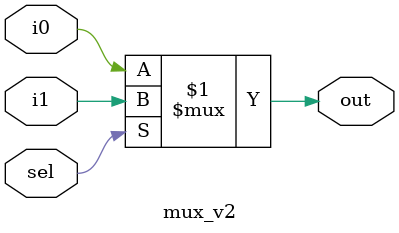
<source format=v>
module mux_v2(i0,i1,sel,out);
input i0,i1,sel;
output out;
assign out = (sel)?i1:i0;

endmodule
</source>
